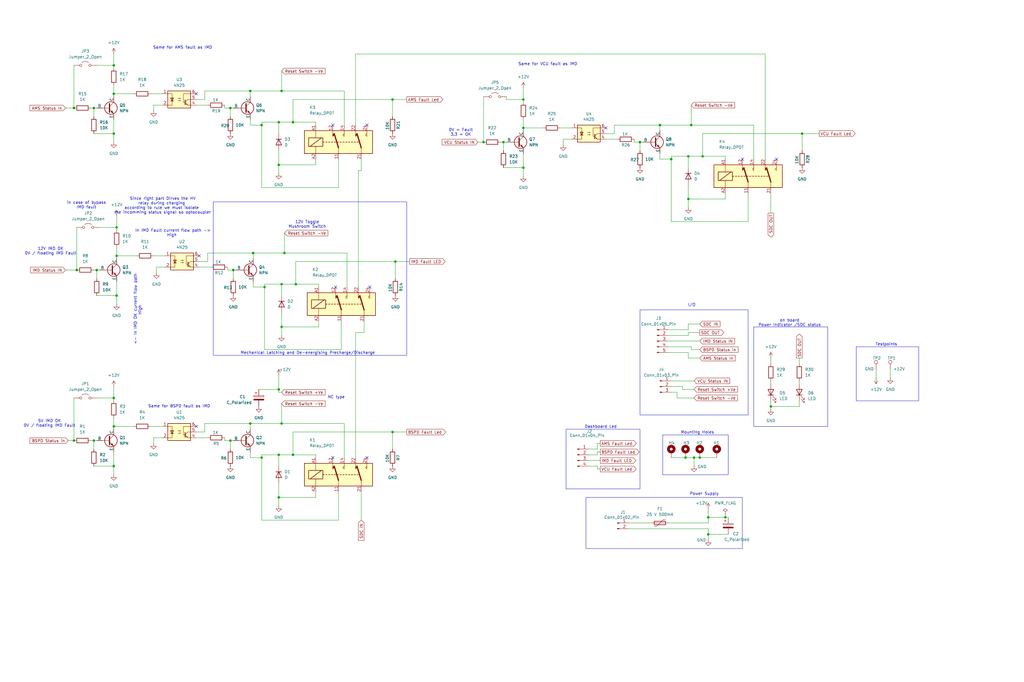
<source format=kicad_sch>
(kicad_sch (version 20231120) (generator "eeschema") (generator_version "8.0")
  (paper "User" 457.2 304.8)
  (title_block (title "SDC Team Urja") (rev "v1") (company "Kathmandu University"))
  (junction (at 34.29 120.65))
  (junction (at 215.9 63.5))
  (junction (at 313.69 69.85))
  (junction (at 33.02 196.85))
  (junction (at 306.07 204.47))
  (junction (at 124.46 54.61))
  (junction (at 113.03 113.03))
  (junction (at 294.64 55.88))
  (junction (at 104.14 120.65))
  (junction (at 224.79 63.5))
  (junction (at 312.42 204.47))
  (junction (at 125.73 189.23))
  (junction (at 176.53 116.84))
  (junction (at 233.68 74.93))
  (junction (at 323.85 231.14))
  (junction (at 127 113.03))
  (junction (at 358.14 59.69))
  (junction (at 41.91 196.85))
  (junction (at 307.34 69.85))
  (junction (at 52.07 132.08))
  (junction (at 308.61 55.88))
  (junction (at 233.68 44.45))
  (junction (at 50.8 59.69))
  (junction (at 50.8 41.91))
  (junction (at 118.11 128.27))
  (junction (at 125.73 127))
  (junction (at 50.8 190.5))
  (junction (at 102.87 196.85))
  (junction (at 41.91 48.26))
  (junction (at 233.68 57.15))
  (junction (at 52.07 101.6))
  (junction (at 50.8 208.28))
  (junction (at 50.8 177.8))
  (junction (at 344.17 181.61))
  (junction (at 43.18 120.65))
  (junction (at 50.8 29.21))
  (junction (at 116.84 204.47))
  (junction (at 52.07 114.3))
  (junction (at 175.26 193.04))
  (junction (at 125.73 40.64))
  (junction (at 307.34 88.9))
  (junction (at 316.23 238.76))
  (junction (at 316.23 231.14))
  (junction (at 130.81 203.2))
  (junction (at 175.26 44.45))
  (junction (at 130.81 54.61))
  (junction (at 111.76 189.23))
  (junction (at 33.02 48.26))
  (junction (at 132.08 127))
  (junction (at 116.84 55.88))
  (junction (at 111.76 40.64))
  (junction (at 102.87 48.26))
  (junction (at 125.73 146.05))
  (junction (at 124.46 203.2))
  (junction (at 299.72 71.12))
  (junction (at 124.46 222.25))
  (junction (at 124.46 73.66))
  (junction (at 309.88 204.47))
  (junction (at 285.75 63.5))
  (junction (at 124.46 173.99))
  (no_connect (at 148.59 55.88))
  (no_connect (at 87.63 190.5))
  (no_connect (at 165.1 128.27))
  (no_connect (at 163.83 55.88))
  (no_connect (at 149.86 128.27))
  (no_connect (at 148.59 204.47))
  (no_connect (at 87.63 41.91))
  (no_connect (at 163.83 204.47))
  (no_connect (at 331.47 71.12))
  (no_connect (at 270.51 57.15))
  (no_connect (at 88.9 114.3))
  (no_connect (at 346.71 71.12))
  (wire (pts (xy 304.8 173.99) (xy 304.8 172.72)))
  (wire (pts (xy 391.16 165.1) (xy 391.16 168.91)))
  (wire (pts (xy 43.18 132.08) (xy 52.07 132.08)))
  (wire (pts (xy 115.57 173.99) (xy 124.46 173.99)))
  (wire (pts (xy 50.8 186.69) (xy 50.8 190.5)))
  (wire (pts (xy 325.12 231.14) (xy 323.85 231.14)))
  (wire (pts (xy 130.81 203.2) (xy 130.81 193.04)))
  (wire (pts (xy 233.68 53.34) (xy 233.68 57.15)))
  (wire (pts (xy 125.73 31.75) (xy 125.73 40.64)))
  (wire (pts (xy 266.7 198.12) (xy 267.97 198.12)))
  (wire (pts (xy 124.46 59.69) (xy 124.46 54.61)))
  (wire (pts (xy 224.79 63.5) (xy 226.06 63.5)))
  (wire (pts (xy 323.85 69.85) (xy 323.85 71.12)))
  (wire (pts (xy 50.8 29.21) (xy 50.8 30.48)))
  (wire (pts (xy 102.87 48.26) (xy 104.14 48.26)))
  (wire (pts (xy 283.21 63.5) (xy 285.75 63.5)))
  (wire (pts (xy 306.07 204.47) (xy 309.88 204.47)))
  (wire (pts (xy 294.64 68.58) (xy 294.64 71.12)))
  (wire (pts (xy 100.33 48.26) (xy 100.33 46.99)))
  (wire (pts (xy 154.94 113.03) (xy 154.94 128.27)))
  (wire (pts (xy 298.45 154.94) (xy 308.61 154.94)))
  (wire (pts (xy 130.81 44.45) (xy 175.26 44.45)))
  (wire (pts (xy 266.7 198.12) (xy 266.7 200.66)))
  (wire (pts (xy 140.97 203.2) (xy 140.97 204.47)))
  (wire (pts (xy 130.81 203.2) (xy 140.97 203.2)))
  (wire (pts (xy 29.21 48.26) (xy 33.02 48.26)))
  (wire (pts (xy 41.91 196.85) (xy 43.18 196.85)))
  (wire (pts (xy 153.67 40.64) (xy 153.67 55.88)))
  (wire (pts (xy 151.13 232.41) (xy 116.84 232.41)))
  (wire (pts (xy 251.46 62.23) (xy 251.46 64.77)))
  (wire (pts (xy 344.17 86.36) (xy 344.17 95.25)))
  (wire (pts (xy 87.63 193.04) (xy 91.44 193.04)))
  (wire (pts (xy 41.91 48.26) (xy 43.18 48.26)))
  (wire (pts (xy 50.8 41.91) (xy 50.8 43.18)))
  (wire (pts (xy 50.8 172.72) (xy 50.8 177.8)))
  (wire (pts (xy 87.63 46.99) (xy 92.71 46.99)))
  (wire (pts (xy 262.89 205.74) (xy 267.97 205.74)))
  (wire (pts (xy 124.46 175.26) (xy 125.73 175.26)))
  (wire (pts (xy 307.34 148.59) (xy 307.34 149.86)))
  (wire (pts (xy 266.7 209.55) (xy 267.97 209.55)))
  (wire (pts (xy 102.87 196.85) (xy 102.87 200.66)))
  (wire (pts (xy 266.7 208.28) (xy 262.89 208.28)))
  (wire (pts (xy 41.91 208.28) (xy 50.8 208.28)))
  (wire (pts (xy 226.06 43.18) (xy 226.06 44.45)))
  (wire (pts (xy 124.46 73.66) (xy 124.46 77.47)))
  (wire (pts (xy 307.34 74.93) (xy 307.34 69.85)))
  (wire (pts (xy 344.17 179.07) (xy 344.17 181.61)))
  (wire (pts (xy 50.8 177.8) (xy 50.8 179.07)))
  (wire (pts (xy 102.87 48.26) (xy 102.87 52.07)))
  (wire (pts (xy 336.55 55.88) (xy 336.55 71.12)))
  (wire (pts (xy 132.08 127) (xy 132.08 116.84)))
  (wire (pts (xy 124.46 73.66) (xy 140.97 73.66)))
  (wire (pts (xy 316.23 236.22) (xy 280.67 236.22)))
  (wire (pts (xy 127 113.03) (xy 154.94 113.03)))
  (wire (pts (xy 307.34 160.02) (xy 307.34 157.48)))
  (wire (pts (xy 127 113.03) (xy 113.03 113.03)))
  (wire (pts (xy 316.23 231.14) (xy 323.85 231.14)))
  (wire (pts (xy 29.21 120.65) (xy 34.29 120.65)))
  (wire (pts (xy 68.58 46.99) (xy 68.58 49.53)))
  (wire (pts (xy 233.68 39.37) (xy 233.68 44.45)))
  (wire (pts (xy 298.45 147.32) (xy 307.34 147.32)))
  (wire (pts (xy 160.02 128.27) (xy 160.02 76.2)))
  (wire (pts (xy 266.7 201.93) (xy 266.7 203.2)))
  (wire (pts (xy 132.08 116.84) (xy 176.53 116.84)))
  (wire (pts (xy 125.73 127) (xy 132.08 127)))
  (wire (pts (xy 270.51 59.69) (xy 274.32 59.69)))
  (wire (pts (xy 40.64 48.26) (xy 41.91 48.26)))
  (wire (pts (xy 233.68 57.15) (xy 233.68 58.42)))
  (wire (pts (xy 111.76 40.64) (xy 111.76 43.18)))
  (wire (pts (xy 215.9 43.18) (xy 215.9 63.5)))
  (wire (pts (xy 113.03 125.73) (xy 113.03 128.27)))
  (wire (pts (xy 313.69 69.85) (xy 323.85 69.85)))
  (wire (pts (xy 68.58 195.58) (xy 68.58 198.12)))
  (wire (pts (xy 308.61 156.21) (xy 308.61 154.94)))
  (wire (pts (xy 52.07 101.6) (xy 52.07 102.87)))
  (wire (pts (xy 158.75 148.59) (xy 162.56 148.59)))
  (wire (pts (xy 33.02 29.21) (xy 33.02 48.26)))
  (wire (pts (xy 52.07 96.52) (xy 52.07 101.6)))
  (wire (pts (xy 233.68 57.15) (xy 242.57 57.15)))
  (wire (pts (xy 294.64 71.12) (xy 299.72 71.12)))
  (wire (pts (xy 356.87 181.61) (xy 344.17 181.61)))
  (wire (pts (xy 251.46 62.23) (xy 255.27 62.23)))
  (wire (pts (xy 175.26 44.45) (xy 175.26 52.07)))
  (wire (pts (xy 50.8 24.13) (xy 50.8 29.21)))
  (wire (pts (xy 111.76 201.93) (xy 111.76 204.47)))
  (wire (pts (xy 162.56 143.51) (xy 162.56 148.59)))
  (wire (pts (xy 125.73 40.64) (xy 153.67 40.64)))
  (wire (pts (xy 43.18 29.21) (xy 50.8 29.21)))
  (wire (pts (xy 140.97 54.61) (xy 140.97 55.88)))
  (wire (pts (xy 312.42 160.02) (xy 307.34 160.02)))
  (wire (pts (xy 67.31 190.5) (xy 72.39 190.5)))
  (wire (pts (xy 344.17 170.18) (xy 344.17 171.45)))
  (wire (pts (xy 266.7 201.93) (xy 267.97 201.93)))
  (wire (pts (xy 116.84 204.47) (xy 116.84 232.41)))
  (wire (pts (xy 30.48 196.85) (xy 33.02 196.85)))
  (wire (pts (xy 175.26 193.04) (xy 181.61 193.04)))
  (wire (pts (xy 270.51 62.23) (xy 275.59 62.23)))
  (wire (pts (xy 91.44 44.45) (xy 91.44 40.64)))
  (wire (pts (xy 43.18 177.8) (xy 50.8 177.8)))
  (wire (pts (xy 52.07 114.3) (xy 52.07 115.57)))
  (wire (pts (xy 50.8 38.1) (xy 50.8 41.91)))
  (wire (pts (xy 68.58 114.3) (xy 73.66 114.3)))
  (wire (pts (xy 312.42 144.78) (xy 307.34 144.78)))
  (wire (pts (xy 125.73 139.7) (xy 125.73 146.05)))
  (wire (pts (xy 52.07 132.08) (xy 52.07 135.89)))
  (wire (pts (xy 312.42 148.59) (xy 307.34 148.59)))
  (wire (pts (xy 111.76 55.88) (xy 116.84 55.88)))
  (wire (pts (xy 125.73 132.08) (xy 125.73 127)))
  (wire (pts (xy 213.36 63.5) (xy 215.9 63.5)))
  (wire (pts (xy 52.07 110.49) (xy 52.07 114.3)))
  (wire (pts (xy 104.14 120.65) (xy 104.14 124.46)))
  (wire (pts (xy 111.76 53.34) (xy 111.76 55.88)))
  (wire (pts (xy 226.06 44.45) (xy 233.68 44.45)))
  (wire (pts (xy 161.29 219.71) (xy 161.29 232.41)))
  (wire (pts (xy 100.33 48.26) (xy 102.87 48.26)))
  (wire (pts (xy 91.44 40.64) (xy 111.76 40.64)))
  (wire (pts (xy 124.46 203.2) (xy 130.81 203.2)))
  (wire (pts (xy 118.11 128.27) (xy 118.11 156.21)))
  (wire (pts (xy 104.14 120.65) (xy 105.41 120.65)))
  (wire (pts (xy 125.73 40.64) (xy 111.76 40.64)))
  (wire (pts (xy 356.87 170.18) (xy 356.87 171.45)))
  (wire (pts (xy 69.85 119.38) (xy 73.66 119.38)))
  (wire (pts (xy 323.85 88.9) (xy 323.85 86.36)))
  (wire (pts (xy 223.52 63.5) (xy 224.79 63.5)))
  (wire (pts (xy 299.72 170.18) (xy 309.88 170.18)))
  (wire (pts (xy 140.97 73.66) (xy 140.97 71.12)))
  (wire (pts (xy 130.81 54.61) (xy 140.97 54.61)))
  (wire (pts (xy 307.34 88.9) (xy 307.34 92.71)))
  (wire (pts (xy 298.45 149.86) (xy 307.34 149.86)))
  (wire (pts (xy 158.75 55.88) (xy 158.75 24.13)))
  (wire (pts (xy 91.44 189.23) (xy 111.76 189.23)))
  (wire (pts (xy 307.34 88.9) (xy 323.85 88.9)))
  (wire (pts (xy 116.84 203.2) (xy 116.84 204.47)))
  (wire (pts (xy 41.91 59.69) (xy 50.8 59.69)))
  (wire (pts (xy 118.11 127) (xy 125.73 127)))
  (wire (pts (xy 116.84 203.2) (xy 124.46 203.2)))
  (wire (pts (xy 309.88 204.47) (xy 309.88 208.28)))
  (wire (pts (xy 298.45 157.48) (xy 307.34 157.48)))
  (wire (pts (xy 299.72 204.47) (xy 306.07 204.47)))
  (wire (pts (xy 307.34 69.85) (xy 313.69 69.85)))
  (wire (pts (xy 316.23 241.3) (xy 316.23 238.76)))
  (wire (pts (xy 285.75 63.5) (xy 287.02 63.5)))
  (wire (pts (xy 299.72 172.72) (xy 304.8 172.72)))
  (wire (pts (xy 125.73 189.23) (xy 153.67 189.23)))
  (wire (pts (xy 308.61 55.88) (xy 294.64 55.88)))
  (wire (pts (xy 50.8 41.91) (xy 59.69 41.91)))
  (wire (pts (xy 88.9 116.84) (xy 92.71 116.84)))
  (wire (pts (xy 118.11 127) (xy 118.11 128.27)))
  (wire (pts (xy 101.6 120.65) (xy 101.6 119.38)))
  (wire (pts (xy 124.46 173.99) (xy 124.46 175.26)))
  (wire (pts (xy 43.18 120.65) (xy 44.45 120.65)))
  (wire (pts (xy 175.26 44.45) (xy 181.61 44.45)))
  (wire (pts (xy 111.76 204.47) (xy 116.84 204.47)))
  (wire (pts (xy 125.73 189.23) (xy 111.76 189.23)))
  (wire (pts (xy 50.8 190.5) (xy 50.8 191.77)))
  (wire (pts (xy 397.51 165.1) (xy 397.51 168.91)))
  (wire (pts (xy 307.34 82.55) (xy 307.34 88.9)))
  (wire (pts (xy 125.73 146.05) (xy 142.24 146.05)))
  (wire (pts (xy 100.33 196.85) (xy 102.87 196.85)))
  (wire (pts (xy 160.02 76.2) (xy 161.29 76.2)))
  (wire (pts (xy 309.88 177.8) (xy 302.26 177.8)))
  (wire (pts (xy 100.33 196.85) (xy 100.33 195.58)))
  (wire (pts (xy 250.19 57.15) (xy 255.27 57.15)))
  (wire (pts (xy 34.29 101.6) (xy 34.29 120.65)))
  (wire (pts (xy 334.01 86.36) (xy 334.01 99.06)))
  (wire (pts (xy 266.7 203.2) (xy 262.89 203.2)))
  (wire (pts (xy 294.64 55.88) (xy 294.64 58.42)))
  (wire (pts (xy 124.46 222.25) (xy 140.97 222.25)))
  (wire (pts (xy 316.23 231.14) (xy 316.23 233.68)))
  (wire (pts (xy 125.73 146.05) (xy 125.73 149.86)))
  (wire (pts (xy 344.17 181.61) (xy 344.17 182.88)))
  (wire (pts (xy 313.69 69.85) (xy 313.69 59.69)))
  (wire (pts (xy 309.88 204.47) (xy 312.42 204.47)))
  (wire (pts (xy 356.87 160.02) (xy 356.87 162.56)))
  (wire (pts (xy 67.31 41.91) (xy 72.39 41.91)))
  (wire (pts (xy 50.8 208.28) (xy 50.8 212.09)))
  (wire (pts (xy 116.84 55.88) (xy 116.84 83.82)))
  (wire (pts (xy 158.75 24.13) (xy 341.63 24.13)))
  (wire (pts (xy 334.01 99.06) (xy 299.72 99.06)))
  (wire (pts (xy 50.8 53.34) (xy 50.8 59.69)))
  (wire (pts (xy 132.08 127) (xy 142.24 127)))
  (wire (pts (xy 130.81 54.61) (xy 130.81 44.45)))
  (wire (pts (xy 312.42 204.47) (xy 320.04 204.47)))
  (wire (pts (xy 102.87 196.85) (xy 104.14 196.85)))
  (wire (pts (xy 116.84 54.61) (xy 124.46 54.61)))
  (wire (pts (xy 41.91 120.65) (xy 43.18 120.65)))
  (wire (pts (xy 111.76 189.23) (xy 111.76 191.77)))
  (wire (pts (xy 151.13 219.71) (xy 151.13 232.41)))
  (wire (pts (xy 308.61 46.99) (xy 308.61 55.88)))
  (wire (pts (xy 299.72 71.12) (xy 299.72 99.06)))
  (wire (pts (xy 153.67 189.23) (xy 153.67 204.47)))
  (wire (pts (xy 299.72 69.85) (xy 299.72 71.12)))
  (wire (pts (xy 274.32 55.88) (xy 294.64 55.88)))
  (wire (pts (xy 124.46 54.61) (xy 130.81 54.61)))
  (wire (pts (xy 68.58 46.99) (xy 72.39 46.99)))
  (wire (pts (xy 41.91 48.26) (xy 41.91 52.07)))
  (wire (pts (xy 307.34 144.78) (xy 307.34 147.32)))
  (wire (pts (xy 358.14 59.69) (xy 365.76 59.69)))
  (wire (pts (xy 161.29 71.12) (xy 161.29 76.2)))
  (wire (pts (xy 50.8 201.93) (xy 50.8 208.28)))
  (wire (pts (xy 113.03 128.27) (xy 118.11 128.27)))
  (wire (pts (xy 316.23 238.76) (xy 316.23 236.22)))
  (wire (pts (xy 151.13 71.12) (xy 151.13 83.82)))
  (wire (pts (xy 124.46 222.25) (xy 124.46 226.06)))
  (wire (pts (xy 233.68 74.93) (xy 233.68 78.74)))
  (wire (pts (xy 176.53 116.84) (xy 182.88 116.84)))
  (wire (pts (xy 88.9 119.38) (xy 93.98 119.38)))
  (wire (pts (xy 299.72 69.85) (xy 307.34 69.85)))
  (wire (pts (xy 298.45 152.4) (xy 312.42 152.4)))
  (wire (pts (xy 312.42 156.21) (xy 308.61 156.21)))
  (wire (pts (xy 124.46 167.64) (xy 124.46 173.99)))
  (wire (pts (xy 50.8 190.5) (xy 59.69 190.5)))
  (wire (pts (xy 113.03 113.03) (xy 113.03 115.57)))
  (wire (pts (xy 152.4 143.51) (xy 152.4 156.21)))
  (wire (pts (xy 87.63 195.58) (xy 92.71 195.58)))
  (wire (pts (xy 341.63 24.13) (xy 341.63 71.12)))
  (wire (pts (xy 323.85 229.87) (xy 323.85 231.14)))
  (wire (pts (xy 302.26 177.8) (xy 302.26 175.26)))
  (wire (pts (xy 43.18 120.65) (xy 43.18 124.46)))
  (wire (pts (xy 344.17 160.02) (xy 344.17 162.56)))
  (wire (pts (xy 91.44 193.04) (xy 91.44 189.23)))
  (wire (pts (xy 356.87 179.07) (xy 356.87 181.61)))
  (wire (pts (xy 124.46 67.31) (xy 124.46 73.66)))
  (wire (pts (xy 283.21 63.5) (xy 283.21 62.23)))
  (wire (pts (xy 266.7 209.55) (xy 266.7 208.28)))
  (wire (pts (xy 233.68 44.45) (xy 233.68 45.72)))
  (wire (pts (xy 309.88 173.99) (xy 304.8 173.99)))
  (wire (pts (xy 224.79 63.5) (xy 224.79 67.31)))
  (wire (pts (xy 176.53 116.84) (xy 176.53 124.46)))
  (wire (pts (xy 299.72 175.26) (xy 302.26 175.26)))
  (wire (pts (xy 41.91 196.85) (xy 41.91 200.66)))
  (wire (pts (xy 92.71 116.84) (xy 92.71 113.03)))
  (wire (pts (xy 40.64 196.85) (xy 41.91 196.85)))
  (wire (pts (xy 116.84 54.61) (xy 116.84 55.88)))
  (wire (pts (xy 274.32 59.69) (xy 274.32 55.88)))
  (wire (pts (xy 69.85 119.38) (xy 69.85 121.92)))
  (wire (pts (xy 142.24 146.05) (xy 142.24 143.51)))
  (wire (pts (xy 151.13 83.82) (xy 116.84 83.82)))
  (wire (pts (xy 33.02 177.8) (xy 33.02 196.85)))
  (wire (pts (xy 44.45 101.6) (xy 52.07 101.6)))
  (wire (pts (xy 124.46 215.9) (xy 124.46 222.25)))
  (wire (pts (xy 130.81 193.04) (xy 175.26 193.04)))
  (wire (pts (xy 285.75 63.5) (xy 285.75 67.31)))
  (wire (pts (xy 308.61 55.88) (xy 336.55 55.88)))
  (wire (pts (xy 142.24 127) (xy 142.24 128.27)))
  (wire (pts (xy 298.45 233.68) (xy 316.23 233.68)))
  (wire (pts (xy 87.63 44.45) (xy 91.44 44.45)))
  (wire (pts (xy 50.8 59.69) (xy 50.8 63.5)))
  (wire (pts (xy 125.73 180.34) (xy 125.73 189.23)))
  (wire (pts (xy 101.6 120.65) (xy 104.14 120.65)))
  (wire (pts (xy 52.07 125.73) (xy 52.07 132.08)))
  (wire (pts (xy 233.68 68.58) (xy 233.68 74.93)))
  (wire (pts (xy 280.67 233.68) (xy 290.83 233.68)))
  (wire (pts (xy 52.07 114.3) (xy 60.96 114.3)))
  (wire (pts (xy 313.69 59.69) (xy 358.14 59.69)))
  (wire (pts (xy 316.23 238.76) (xy 325.12 238.76)))
  (wire (pts (xy 68.58 195.58) (xy 72.39 195.58)))
  (wire (pts (xy 140.97 222.25) (xy 140.97 219.71)))
  (wire (pts (xy 92.71 113.03) (xy 113.03 113.03)))
  (wire (pts (xy 316.23 227.33) (xy 316.23 231.14)))
  (wire (pts (xy 266.7 200.66) (xy 262.89 200.66)))
  (wire (pts (xy 127 104.14) (xy 127 113.03)))
  (wire (pts (xy 124.46 208.28) (xy 124.46 203.2)))
  (wire (pts (xy 158.75 204.47) (xy 158.75 148.59)))
  (wire (pts (xy 175.26 193.04) (xy 175.26 200.66)))
  (wire (pts (xy 358.14 59.69) (xy 358.14 67.31)))
  (wire (pts (xy 224.79 74.93) (xy 233.68 74.93)))
  (wire (pts (xy 152.4 156.21) (xy 118.11 156.21)))
  (rectangle (start 336.55 146.05) (end 369.57 190.5))
  (rectangle (start 285.75 138.43) (end 334.01 185.42))
  (rectangle (start 95.25 90.17) (end 181.61 158.75))
  (rectangle (start 261.62 222.25) (end 331.47 245.11))
  (rectangle (start 295.91 194.31) (end 325.12 212.09))
  (rectangle (start 382.27 154.94) (end 410.21 179.07))
  (rectangle (start 252.73 191.77) (end 285.75 218.44))
  (text "NC type\n" (at 150.114 177.546 0) (effects (font (size 1.27 1.27))))
  (text "I/O\n" (at 308.864 136.398 0) (effects (font (size 1.27 1.27))))
  (text "Dashboard Led" (at 268.224 190.754 0) (effects (font (size 1.27 1.27))))
  (text "0V = Fault\n3.3 = OK" (at 205.74 59.182 0) (effects (font (size 1.27 1.27))))
  (text "5V IMD OK\n0V / floating IMD Fault" (at 22.098 189.23 0) (effects (font (size 1.27 1.27))))
  (text "Power Supply\n" (at 314.452 220.726 0) (effects (font (size 1.27 1.27))))
  (text "12V Toggle \nMushroom Switch " (at 137.668 100.33 0) (effects (font (size 1.27 1.27))))
  (text "Same for VCU fault as IMD" (at 244.602 28.702 0) (effects (font (size 1.27 1.27))))
  (text "Mounting Holes" (at 311.404 193.294 0) (effects (font (size 1.27 1.27))))
  (text "on board\nPower Indicator /SDC status" (at 352.552 144.272 0) (effects (font (size 1.27 1.27))))
  (text "Since right part Dirves the HV\nrelay during charging \naccording to rule we must isolate \nthe incomming status signal so optocoupler" (at 72.644 91.948 0) (effects (font (size 1.27 1.27))))
  (text "Testpoints" (at 395.732 153.924 0) (effects (font (size 1.27 1.27))))
  (text "In IMD Fault current flow path ->\nHigh " (at 77.216 104.14 0) (effects (font (size 1.27 1.27))))
  (text "12V IMD OK\n0V / floating IMD Fault" (at 22.606 112.268 0) (effects (font (size 1.27 1.27))))
  (text "Same for BSPD fault as IMD" (at 80.01 181.61 0) (effects (font (size 1.27 1.27))))
  (text "Mechanical Latching and De-energising Precharge/Discharge" (at 137.414 157.734 0) (effects (font (size 1.27 1.27))))
  (text "Same for AMS fault as IMD" (at 81.534 21.336 0) (effects (font (size 1.27 1.27))))
  (text "<- In IMD OK current flow path\nHigh " (at 61.468 138.176 90) (effects (font (size 1.27 1.27))))
  (text "in case of bypass\nIMD fault" (at 38.608 91.694 0) (effects (font (size 1.27 1.27))))
  (global_label "AMS Fault Led" (shape output) (at 181.61 44.45 0) (property "Intersheetrefs" "${INTERSHEET_REFS}" (effects (hide yes))))
  (global_label "IMD Status IN" (shape input) (at 29.21 120.65 180) (property "Intersheetrefs" "${INTERSHEET_REFS}" (effects (hide yes))))
  (global_label "BSPD Fault Led" (shape output) (at 181.61 193.04 0) (property "Intersheetrefs" "${INTERSHEET_REFS}" (effects (hide yes))))
  (global_label "SDC IN" (shape input) (at 312.42 144.78 0) (property "Intersheetrefs" "${INTERSHEET_REFS}" (effects (hide yes))))
  (global_label "BSPD Fault Led" (shape output) (at 267.97 201.93 0) (property "Intersheetrefs" "${INTERSHEET_REFS}" (effects (hide yes))))
  (global_label "Reset Switch -Ve" (shape input) (at 127 104.14 0) (property "Intersheetrefs" "${INTERSHEET_REFS}" (effects (hide yes))))
  (global_label "Reset Switch -Ve" (shape input) (at 125.73 180.34 0) (property "Intersheetrefs" "${INTERSHEET_REFS}" (effects (hide yes))))
  (global_label "VCU Fault Led" (shape output) (at 365.76 59.69 0) (property "Intersheetrefs" "${INTERSHEET_REFS}" (effects (hide yes))))
  (global_label "AMS Status In" (shape input) (at 312.42 160.02 0) (property "Intersheetrefs" "${INTERSHEET_REFS}" (effects (hide yes))))
  (global_label "VCU Status IN" (shape input) (at 309.88 170.18 0) (property "Intersheetrefs" "${INTERSHEET_REFS}" (effects (hide yes))))
  (global_label "IMD Status IN" (shape input) (at 312.42 152.4 0) (property "Intersheetrefs" "${INTERSHEET_REFS}" (effects (hide yes))))
  (global_label "BSPD Status in" (shape input) (at 30.48 196.85 180) (property "Intersheetrefs" "${INTERSHEET_REFS}" (effects (hide yes))))
  (global_label "Reset Switch -Ve" (shape input) (at 308.61 46.99 0) (property "Intersheetrefs" "${INTERSHEET_REFS}" (effects (hide yes))))
  (global_label "VCU Fault Led" (shape output) (at 267.97 209.55 0) (property "Intersheetrefs" "${INTERSHEET_REFS}" (effects (hide yes))))
  (global_label "AMS Fault Led" (shape output) (at 267.97 198.12 0) (property "Intersheetrefs" "${INTERSHEET_REFS}" (effects (hide yes))))
  (global_label "IMD Fault LED" (shape output) (at 267.97 205.74 0) (property "Intersheetrefs" "${INTERSHEET_REFS}" (effects (hide yes))))
  (global_label "Reset Switch -Ve" (shape input) (at 125.73 31.75 0) (property "Intersheetrefs" "${INTERSHEET_REFS}" (effects (hide yes))))
  (global_label "SDC OUT" (shape output) (at 356.87 160.02 90) (property "Intersheetrefs" "${INTERSHEET_REFS}" (effects (hide yes))))
  (global_label "VCU Status IN" (shape input) (at 213.36 63.5 180) (property "Intersheetrefs" "${INTERSHEET_REFS}" (effects (hide yes))))
  (global_label "Reset Switch +Ve" (shape input) (at 125.73 175.26 0) (property "Intersheetrefs" "${INTERSHEET_REFS}" (effects (hide yes))))
  (global_label "Reset Switch -Ve" (shape input) (at 309.88 177.8 0) (property "Intersheetrefs" "${INTERSHEET_REFS}" (effects (hide yes))))
  (global_label "AMS Status In" (shape input) (at 29.21 48.26 180) (property "Intersheetrefs" "${INTERSHEET_REFS}" (effects (hide yes))))
  (global_label "BSPD Status in" (shape input) (at 312.42 156.21 0) (property "Intersheetrefs" "${INTERSHEET_REFS}" (effects (hide yes))))
  (global_label "Reset Switch +Ve" (shape input) (at 309.88 173.99 0) (property "Intersheetrefs" "${INTERSHEET_REFS}" (effects (hide yes))))
  (global_label "SDC OUT" (shape output) (at 312.42 148.59 0) (property "Intersheetrefs" "${INTERSHEET_REFS}" (effects (hide yes))))
  (global_label "SDC OUT" (shape output) (at 344.17 95.25 270) (property "Intersheetrefs" "${INTERSHEET_REFS}" (effects (hide yes))))
  (global_label "SDC IN" (shape input) (at 161.29 232.41 270) (property "Intersheetrefs" "${INTERSHEET_REFS}" (effects (hide yes))))
  (global_label "IMD Fault LED" (shape output) (at 182.88 116.84 0) (property "Intersheetrefs" "${INTERSHEET_REFS}" (effects (hide yes))))
  (symbol (lib_id "power:GND") (at 102.87 59.69 0) (unit 1)
    (property "Reference" "#PWR021" (effects (hide yes)))
    (property "Value" "GND" (at 102.87 64.77 0))
    (property "Description" "Power symbol creates a global label with name \"GND\" , ground" (effects (hide yes)))
  )
  (symbol (lib_id "Device:LED") (at 356.87 175.26 90) (unit 1)
    (property "Reference" "D6" (at 360.68 175.5774 90) (effects (justify right)))
    (property "Value" "LED" (at 360.68 178.1174 90) (effects (justify right)))
    (property "Footprint" "LED_THT:LED_D4.0mm" (effects (hide yes)))
    (property "Description" "Light emitting diode" (effects (hide yes)))
  )
  (symbol (lib_id "Device:R") (at 96.52 46.99 270) (unit 1)
    (property "Reference" "R19" (at 96.52 49.53 90))
    (property "Value" "1K" (at 96.266 44.704 90))
    (property "Footprint" "Resistor_THT:R_Axial_DIN0207_L6.3mm_D2.5mm_P7.62mm_Horizontal" (effects (hide yes)))
    (property "Description" "Resistor" (effects (hide yes)))
  )
  (symbol (lib_id "Connector:Conn_01x05_Pin") (at 293.37 152.4 0) (unit 1)
    (property "Reference" "J3" (at 294.005 142.24 0))
    (property "Value" "Conn_01x05_Pin" (at 294.005 144.78 0))
    (property "Footprint" "Connector_PinHeader_2.54mm:PinHeader_1x05_P2.54mm_Vertical" (effects (hide yes)))
    (property "Description" "Generic connector, single row, 01x05, script generated" (effects (hide yes)))
  )
  (symbol (lib_id "Device:C_Polarized") (at 115.57 177.8 0) (unit 1)
    (property "Reference" "C1" (at 106.934 177.292 0) (effects (justify left)))
    (property "Value" "C_Polarized" (at 101.092 179.832 0) (effects (justify left)))
    (property "Footprint" "Capacitor_THT:CP_Radial_D12.5mm_P7.50mm" (effects (hide yes)))
    (property "Description" "Polarized capacitor" (effects (hide yes)))
  )
  (symbol (lib_id "Device:R") (at 102.87 55.88 0) (unit 1)
    (property "Reference" "R20" (at 98.552 56.134 0) (effects (justify left)))
    (property "Value" "10K" (at 105.156 55.88 0) (effects (justify left)))
    (property "Footprint" "Resistor_THT:R_Axial_DIN0207_L6.3mm_D2.5mm_P7.62mm_Horizontal" (effects (hide yes)))
    (property "Description" "Resistor" (effects (hide yes)))
  )
  (symbol (lib_id "Device:R") (at 36.83 48.26 90) (unit 1)
    (property "Reference" "R15" (at 36.83 41.91 90))
    (property "Value" "1K" (at 36.83 44.45 90))
    (property "Footprint" "Resistor_THT:R_Axial_DIN0207_L6.3mm_D2.5mm_P7.62mm_Horizontal" (effects (hide yes)))
    (property "Description" "Resistor" (effects (hide yes)))
  )
  (symbol (lib_id "Relay:Relay_DPDT") (at 151.13 212.09 0) (unit 1)
    (property "Reference" "K1" (at 138.176 196.596 0) (effects (justify left)))
    (property "Value" "Relay_DPDT" (at 138.176 199.136 0) (effects (justify left)))
    (property "Footprint" "Relay_THT:Relay_DPDT_Finder_40.52" (effects (hide yes)))
    (property "Description" "Monostable Relay DPDT, EN50005 " (effects (hide yes)))
  )
  (symbol (lib_id "Jumper:Jumper_2_Open") (at 38.1 177.8 0) (unit 1) (exclude_from_sim yes)
    (property "Reference" "JP1" (at 38.1 171.45 0))
    (property "Value" "Jumper_2_Open" (at 38.1 173.99 0))
    (property "Footprint" "Connector_PinHeader_2.54mm:PinHeader_1x02_P2.54mm_Vertical" (effects (hide yes)))
    (property "Description" "Jumper, 2-pole, open" (effects (hide yes)))
  )
  (symbol (lib_id "Connector:Conn_01x04_Pin") (at 257.81 203.2 0) (unit 1)
    (property "Reference" "J2" (at 263.144 192.786 0))
    (property "Value" "Conn_01x04_Pin" (at 262.128 194.564 0))
    (property "Footprint" "Connector_PinHeader_2.54mm:PinHeader_1x04_P2.54mm_Vertical" (effects (hide yes)))
    (property "Description" "Generic connector, single row, 01x04, script generated" (effects (hide yes)))
  )
  (symbol (lib_id "power:GND") (at 125.73 149.86 0) (unit 1)
    (property "Reference" "#PWR015" (effects (hide yes)))
    (property "Value" "GND" (at 125.73 154.94 0))
    (property "Description" "Power symbol creates a global label with name \"GND\" , ground" (effects (hide yes)))
  )
  (symbol (lib_id "Isolator:4N25") (at 81.28 116.84 0) (unit 1)
    (property "Reference" "U2" (at 81.28 107.95 0))
    (property "Value" "4N25" (at 81.28 110.49 0))
    (property "Footprint" "Package_DIP:DIP-6_W7.62mm" (effects (hide yes)))
    (property "Datasheet" "https://www.vishay.com/docs/83725/4n25.pdf" (effects (hide yes)))
    (property "Description" "DC Optocoupler Base Connected, Vce 30V, CTR 20%, Viso 2500V, DIP6" (effects (hide yes)))
  )
  (symbol (lib_id "Device:R") (at 63.5 190.5 270) (unit 1)
    (property "Reference" "R4" (at 63.5 184.15 90))
    (property "Value" "1K" (at 63.5 186.69 90))
    (property "Footprint" "Resistor_THT:R_Axial_DIN0207_L6.3mm_D2.5mm_P7.62mm_Horizontal" (effects (hide yes)))
    (property "Description" "Resistor" (effects (hide yes)))
  )
  (symbol (lib_id "Device:R") (at 63.5 41.91 270) (unit 1)
    (property "Reference" "R18" (at 63.5 35.56 90))
    (property "Value" "1K" (at 63.5 38.1 90))
    (property "Footprint" "Resistor_THT:R_Axial_DIN0207_L6.3mm_D2.5mm_P7.62mm_Horizontal" (effects (hide yes)))
    (property "Description" "Resistor" (effects (hide yes)))
  )
  (symbol (lib_id "Connector:Conn_01x02_Pin") (at 275.59 233.68 0) (unit 1)
    (property "Reference" "J1" (at 278.13 228.854 0))
    (property "Value" "Conn_01x02_Pin" (at 277.622 231.14 0))
    (property "Footprint" "Connector_PinHeader_2.54mm:PinHeader_1x02_P2.54mm_Vertical" (effects (hide yes)))
    (property "Description" "Generic connector, single row, 01x02, script generated" (effects (hide yes)))
  )
  (symbol (lib_id "Device:LED") (at 344.17 175.26 90) (unit 1)
    (property "Reference" "D5" (at 347.98 175.5774 90) (effects (justify right)))
    (property "Value" "LED" (at 347.98 178.1174 90) (effects (justify right)))
    (property "Footprint" "LED_THT:LED_D4.0mm" (effects (hide yes)))
    (property "Description" "Light emitting diode" (effects (hide yes)))
  )
  (symbol (lib_id "Device:D") (at 124.46 212.09 270) (unit 1)
    (property "Reference" "D1" (at 127 210.8199 90) (effects (justify left)))
    (property "Value" "D" (at 127 213.3599 90) (effects (justify left)))
    (property "Footprint" "Diode_THT:D_A-405_P7.62mm_Horizontal" (effects (hide yes)))
    (property "Description" "Diode" (effects (hide yes)))
    (property "Sim.Device" "D" (effects (hide yes)))
    (property "Sim.Pins" "1=K 2=A" (effects (hide yes)))
  )
  (symbol (lib_id "Device:R") (at 175.26 55.88 0) (unit 1)
    (property "Reference" "R21" (at 177.8 55.88 90))
    (property "Value" "10K" (at 172.974 56.134 90))
    (property "Footprint" "Resistor_THT:R_Axial_DIN0207_L6.3mm_D2.5mm_P7.62mm_Horizontal" (effects (hide yes)))
    (property "Description" "Resistor" (effects (hide yes)))
  )
  (symbol (lib_id "Device:R") (at 97.79 119.38 270) (unit 1)
    (property "Reference" "R12" (at 97.79 121.92 90))
    (property "Value" "1K" (at 97.536 117.094 90))
    (property "Footprint" "Resistor_THT:R_Axial_DIN0207_L6.3mm_D2.5mm_P7.62mm_Horizontal" (effects (hide yes)))
    (property "Description" "Resistor" (effects (hide yes)))
  )
  (symbol (lib_id "power:PWR_FLAG") (at 323.85 229.87 0) (unit 1)
    (property "Reference" "#FLG01" (effects (hide yes)))
    (property "Value" "PWR_FLAG" (at 323.85 224.79 0))
    (property "Description" "Special symbol for telling ERC where power comes from" (effects (hide yes)))
  )
  (symbol (lib_id "power:GND") (at 124.46 77.47 0) (unit 1)
    (property "Reference" "#PWR023" (effects (hide yes)))
    (property "Value" "GND" (at 124.46 82.55 0))
    (property "Description" "Power symbol creates a global label with name \"GND\" , ground" (effects (hide yes)))
  )
  (symbol (lib_id "Device:R") (at 246.38 57.15 270) (unit 1)
    (property "Reference" "R25" (at 246.38 50.8 90))
    (property "Value" "1K" (at 246.38 53.34 90))
    (property "Footprint" "Resistor_THT:R_Axial_DIN0207_L6.3mm_D2.5mm_P7.62mm_Horizontal" (effects (hide yes)))
    (property "Description" "Resistor" (effects (hide yes)))
  )
  (symbol (lib_id "Connector:TestPoint") (at 397.51 165.1 0) (unit 1)
    (property "Reference" "TP1" (at 396.24 160.02 0) (effects (justify left)))
    (property "Value" "+12V" (at 398.78 164.846 0) (effects (justify left)))
    (property "Footprint" "TestPoint:TestPoint_Pad_1.0x1.0mm" (effects (hide yes)))
    (property "Description" "test point" (effects (hide yes)))
  )
  (symbol (lib_id "power:GND") (at 309.88 208.28 0) (mirror y) (unit 1)
    (property "Reference" "#PWR020" (effects (hide yes)))
    (property "Value" "GND" (at 313.436 208.534 0))
    (property "Description" "Power symbol creates a global label with name \"GND\" , ground" (effects (hide yes)))
  )
  (symbol (lib_id "Device:R") (at 175.26 204.47 0) (unit 1)
    (property "Reference" "R7" (at 177.8 204.47 90))
    (property "Value" "10K" (at 172.974 204.724 90))
    (property "Footprint" "Resistor_THT:R_Axial_DIN0207_L6.3mm_D2.5mm_P7.62mm_Horizontal" (effects (hide yes)))
    (property "Description" "Resistor" (effects (hide yes)))
  )
  (symbol (lib_id "power:GND") (at 251.46 64.77 0) (unit 1)
    (property "Reference" "#PWR029" (effects (hide yes)))
    (property "Value" "GND" (at 251.46 69.85 0))
    (property "Description" "Power symbol creates a global label with name \"GND\" , ground" (effects (hide yes)))
  )
  (symbol (lib_id "Jumper:Jumper_2_Open") (at 38.1 29.21 0) (unit 1) (exclude_from_sim yes)
    (property "Reference" "JP3" (at 38.1 22.86 0))
    (property "Value" "Jumper_2_Open" (at 38.1 25.4 0))
    (property "Footprint" "Connector_PinHeader_2.54mm:PinHeader_1x02_P2.54mm_Vertical" (effects (hide yes)))
    (property "Description" "Jumper, 2-pole, open" (effects (hide yes)))
  )
  (symbol (lib_id "power:GND") (at 175.26 208.28 0) (unit 1)
    (property "Reference" "#PWR05" (effects (hide yes)))
    (property "Value" "GND" (at 175.26 213.36 0))
    (property "Description" "Power symbol creates a global label with name \"GND\" , ground" (effects (hide yes)))
  )
  (symbol (lib_id "Device:R") (at 279.4 62.23 270) (unit 1)
    (property "Reference" "R26" (at 279.4 64.77 90))
    (property "Value" "1K" (at 279.146 59.944 90))
    (property "Footprint" "Resistor_THT:R_Axial_DIN0207_L6.3mm_D2.5mm_P7.62mm_Horizontal" (effects (hide yes)))
    (property "Description" "Resistor" (effects (hide yes)))
  )
  (symbol (lib_id "power:GND") (at 285.75 74.93 0) (unit 1)
    (property "Reference" "#PWR030" (effects (hide yes)))
    (property "Value" "GND" (at 285.75 80.01 0))
    (property "Description" "Power symbol creates a global label with name \"GND\" , ground" (effects (hide yes)))
  )
  (symbol (lib_id "Isolator:4N25") (at 262.89 59.69 0) (unit 1)
    (property "Reference" "U4" (at 262.89 50.8 0))
    (property "Value" "4N25" (at 262.89 53.34 0))
    (property "Footprint" "Package_DIP:DIP-6_W7.62mm" (effects (hide yes)))
    (property "Datasheet" "https://www.vishay.com/docs/83725/4n25.pdf" (effects (hide yes)))
    (property "Description" "DC Optocoupler Base Connected, Vce 30V, CTR 20%, Viso 2500V, DIP6" (effects (hide yes)))
  )
  (symbol (lib_id "Simulation_SPICE:NPN") (at 109.22 48.26 0) (unit 1)
    (property "Reference" "Q6" (at 114.3 46.9899 0) (effects (justify left)))
    (property "Value" "NPN" (at 114.3 49.5299 0) (effects (justify left)))
    (property "Footprint" "Package_TO_SOT_THT:TO-92_Inline_Wide" (effects (hide yes)))
    (property "Datasheet" "https://ngspice.sourceforge.io/docs/ngspice-html-manual/manual.xhtml#cha_BJTs" (effects (hide yes)))
    (property "Description" "Bipolar transistor symbol for simulation only, substrate tied to the emitter" (effects (hide yes)))
    (property "Sim.Device" "NPN" (effects (hide yes)))
    (property "Sim.Type" "GUMMELPOON" (effects (hide yes)))
    (property "Sim.Pins" "1=C 2=B 3=E" (effects (hide yes)))
  )
  (symbol (lib_id "power:GND") (at 397.51 168.91 0) (unit 1)
    (property "Reference" "#PWR026" (effects (hide yes)))
    (property "Value" "GND" (at 397.51 173.99 0))
    (property "Description" "Power symbol creates a global label with name \"GND\" , ground" (effects (hide yes)))
  )
  (symbol (lib_id "Connector:TestPoint") (at 391.16 165.1 0) (unit 1)
    (property "Reference" "TP2" (at 389.636 160.02 0) (effects (justify left)))
    (property "Value" "GND" (at 386.08 164.846 0) (effects (justify left)))
    (property "Footprint" "TestPoint:TestPoint_Pad_1.0x1.0mm" (effects (hide yes)))
    (property "Description" "test point" (effects (hide yes)))
  )
  (symbol (lib_id "Relay:Relay_DPDT") (at 152.4 135.89 0) (unit 1)
    (property "Reference" "K2" (at 139.446 120.396 0) (effects (justify left)))
    (property "Value" "Relay_DPDT" (at 139.446 122.936 0) (effects (justify left)))
    (property "Footprint" "Relay_THT:Relay_DPDT_Finder_40.52" (effects (hide yes)))
    (property "Description" "Monostable Relay DPDT, EN50005 " (effects (hide yes)))
  )
  (symbol (lib_id "Jumper:Jumper_2_Open") (at 39.37 101.6 0) (unit 1) (exclude_from_sim yes)
    (property "Reference" "JP2" (at 39.37 95.25 0))
    (property "Value" "Jumper_2_Open" (at 39.37 97.79 0))
    (property "Footprint" "Connector_PinHeader_2.54mm:PinHeader_1x02_P2.54mm_Vertical" (effects (hide yes)))
    (property "Description" "Jumper, 2-pole, open" (effects (hide yes)))
  )
  (symbol (lib_id "power:+12V") (at 124.46 167.64 0) (unit 1)
    (property "Reference" "#PWR01" (effects (hide yes)))
    (property "Value" "+12V" (at 127.254 165.1 0))
    (property "Description" "Power symbol creates a global label with name \"+12V\"" (effects (hide yes)))
  )
  (symbol (lib_id "power:GND") (at 52.07 135.89 0) (unit 1)
    (property "Reference" "#PWR011" (effects (hide yes)))
    (property "Value" "GND" (at 52.07 140.97 0))
    (property "Description" "Power symbol creates a global label with name \"GND\" , ground" (effects (hide yes)))
  )
  (symbol (lib_id "Simulation_SPICE:NPN") (at 110.49 120.65 0) (unit 1)
    (property "Reference" "Q4" (at 115.57 119.3799 0) (effects (justify left)))
    (property "Value" "NPN" (at 115.57 121.9199 0) (effects (justify left)))
    (property "Footprint" "Package_TO_SOT_THT:TO-92_Inline_Wide" (effects (hide yes)))
    (property "Datasheet" "https://ngspice.sourceforge.io/docs/ngspice-html-manual/manual.xhtml#cha_BJTs" (effects (hide yes)))
    (property "Description" "Bipolar transistor symbol for simulation only, substrate tied to the emitter" (effects (hide yes)))
    (property "Sim.Device" "NPN" (effects (hide yes)))
    (property "Sim.Type" "GUMMELPOON" (effects (hide yes)))
    (property "Sim.Pins" "1=C 2=B 3=E" (effects (hide yes)))
  )
  (symbol (lib_id "power:GND") (at 175.26 59.69 0) (unit 1)
    (property "Reference" "#PWR024" (effects (hide yes)))
    (property "Value" "GND" (at 175.26 64.77 0))
    (property "Description" "Power symbol creates a global label with name \"GND\" , ground" (effects (hide yes)))
  )
  (symbol (lib_id "Device:R") (at 285.75 71.12 0) (unit 1)
    (property "Reference" "R27" (at 281.432 71.374 0) (effects (justify left)))
    (property "Value" "10K" (at 288.036 71.12 0) (effects (justify left)))
    (property "Footprint" "Resistor_THT:R_Axial_DIN0207_L6.3mm_D2.5mm_P7.62mm_Horizontal" (effects (hide yes)))
    (property "Description" "Resistor" (effects (hide yes)))
  )
  (symbol (lib_id "power:+12V") (at 233.68 39.37 0) (unit 1)
    (property "Reference" "#PWR027" (effects (hide yes)))
    (property "Value" "+12V" (at 233.68 34.29 0))
    (property "Description" "Power symbol creates a global label with name \"+12V\"" (effects (hide yes)))
  )
  (symbol (lib_id "Device:R") (at 38.1 120.65 90) (unit 1)
    (property "Reference" "R8" (at 38.1 114.3 90))
    (property "Value" "1K" (at 38.1 116.84 90))
    (property "Footprint" "Resistor_THT:R_Axial_DIN0207_L6.3mm_D2.5mm_P7.62mm_Horizontal" (effects (hide yes)))
    (property "Description" "Resistor" (effects (hide yes)))
  )
  (symbol (lib_id "power:GND") (at 358.14 74.93 0) (unit 1)
    (property "Reference" "#PWR033" (effects (hide yes)))
    (property "Value" "GND" (at 358.14 80.01 0))
    (property "Description" "Power symbol creates a global label with name \"GND\" , ground" (effects (hide yes)))
  )
  (symbol (lib_id "Simulation_SPICE:NPN") (at 48.26 196.85 0) (unit 1)
    (property "Reference" "Q1" (at 53.34 195.5799 0) (effects (justify left)))
    (property "Value" "NPN" (at 53.34 198.1199 0) (effects (justify left)))
    (property "Footprint" "Package_TO_SOT_THT:TO-92L_Inline_Wide" (effects (hide yes)))
    (property "Datasheet" "https://ngspice.sourceforge.io/docs/ngspice-html-manual/manual.xhtml#cha_BJTs" (effects (hide yes)))
    (property "Description" "Bipolar transistor symbol for simulation only, substrate tied to the emitter" (effects (hide yes)))
    (property "Sim.Device" "NPN" (effects (hide yes)))
    (property "Sim.Type" "GUMMELPOON" (effects (hide yes)))
    (property "Sim.Pins" "1=C 2=B 3=E" (effects (hide yes)))
  )
  (symbol (lib_id "power:GND") (at 68.58 198.12 0) (unit 1)
    (property "Reference" "#PWR03" (effects (hide yes)))
    (property "Value" "GND" (at 68.58 203.2 0))
    (property "Description" "Power symbol creates a global label with name \"GND\" , ground" (effects (hide yes)))
  )
  (symbol (lib_id "Device:R") (at 104.14 128.27 0) (unit 1)
    (property "Reference" "R13" (at 99.822 128.524 0) (effects (justify left)))
    (property "Value" "10K" (at 106.426 128.27 0) (effects (justify left)))
    (property "Footprint" "Resistor_THT:R_Axial_DIN0207_L6.3mm_D2.5mm_P7.62mm_Horizontal" (effects (hide yes)))
    (property "Description" "Resistor" (effects (hide yes)))
  )
  (symbol (lib_id "Device:R") (at 219.71 63.5 90) (unit 1)
    (property "Reference" "R22" (at 219.71 57.15 90))
    (property "Value" "1K" (at 219.71 59.69 90))
    (property "Footprint" "Resistor_THT:R_Axial_DIN0207_L6.3mm_D2.5mm_P7.62mm_Horizontal" (effects (hide yes)))
    (property "Description" "Resistor" (effects (hide yes)))
  )
  (symbol (lib_id "power:GND") (at 115.57 181.61 0) (unit 1)
    (property "Reference" "#PWR031" (effects (hide yes)))
    (property "Value" "GND" (at 115.57 186.69 0))
    (property "Description" "Power symbol creates a global label with name \"GND\" , ground" (effects (hide yes)))
  )
  (symbol (lib_id "power:+12V") (at 316.23 227.33 0) (unit 1)
    (property "Reference" "#PWR08" (effects (hide yes)))
    (property "Value" "+12V" (at 313.182 224.79 0))
    (property "Description" "Power symbol creates a global label with name \"+12V\"" (effects (hide yes)))
  )
  (symbol (lib_id "power:+12V") (at 391.16 168.91 180) (unit 1)
    (property "Reference" "#PWR025" (effects (hide yes)))
    (property "Value" "+12V" (at 391.16 173.99 0))
    (property "Description" "Power symbol creates a global label with name \"+12V\"" (effects (hide yes)))
  )
  (symbol (lib_id "Mechanical:MountingHole_Pad") (at 320.04 201.93 0) (unit 1) (exclude_from_sim yes) (in_bom no)
    (property "Reference" "H1" (at 318.516 197.866 0) (effects (justify left)))
    (property "Value" "MountingHole_Pad" (effects (hide yes)))
    (property "Footprint" "MountingHole:MountingHole_3.2mm_M3_ISO7380_Pad" (effects (hide yes)))
    (property "Description" "Mounting Hole with connection" (effects (hide yes)))
  )
  (symbol (lib_id "Device:R") (at 176.53 128.27 0) (unit 1)
    (property "Reference" "R14" (at 179.07 128.27 90))
    (property "Value" "10K" (at 174.244 128.524 90))
    (property "Footprint" "Resistor_THT:R_Axial_DIN0207_L6.3mm_D2.5mm_P7.62mm_Horizontal" (effects (hide yes)))
    (property "Description" "Resistor" (effects (hide yes)))
  )
  (symbol (lib_id "power:+12V") (at 344.17 160.02 0) (unit 1)
    (property "Reference" "#PWR014" (effects (hide yes)))
    (property "Value" "+12V" (at 344.17 154.94 0))
    (property "Description" "Power symbol creates a global label with name \"+12V\"" (effects (hide yes)))
  )
  (symbol (lib_id "power:GND") (at 176.53 132.08 0) (unit 1)
    (property "Reference" "#PWR016" (effects (hide yes)))
    (property "Value" "GND" (at 176.53 137.16 0))
    (property "Description" "Power symbol creates a global label with name \"GND\" , ground" (effects (hide yes)))
  )
  (symbol (lib_id "Device:R") (at 64.77 114.3 270) (unit 1)
    (property "Reference" "R11" (at 64.77 107.95 90))
    (property "Value" "1K" (at 64.77 110.49 90))
    (property "Footprint" "Resistor_THT:R_Axial_DIN0207_L6.3mm_D2.5mm_P7.62mm_Horizontal" (effects (hide yes)))
    (property "Description" "Resistor" (effects (hide yes)))
  )
  (symbol (lib_id "Device:R") (at 358.14 71.12 0) (unit 1)
    (property "Reference" "R28" (at 360.68 71.12 90))
    (property "Value" "10K" (at 355.854 71.374 90))
    (property "Footprint" "Resistor_THT:R_Axial_DIN0207_L6.3mm_D2.5mm_P7.62mm_Horizontal" (effects (hide yes)))
    (property "Description" "Resistor" (effects (hide yes)))
  )
  (symbol (lib_id "Relay:Relay_DPDT") (at 334.01 78.74 0) (unit 1)
    (property "Reference" "K4" (at 321.056 63.246 0) (effects (justify left)))
    (property "Value" "Relay_DPDT" (at 321.056 65.786 0) (effects (justify left)))
    (property "Footprint" "Relay_THT:Relay_DPDT_Finder_40.52" (effects (hide yes)))
    (property "Description" "Monostable Relay DPDT, EN50005 " (effects (hide yes)))
  )
  (symbol (lib_id "Device:D") (at 307.34 78.74 270) (unit 1)
    (property "Reference" "D4" (at 309.88 77.4699 90) (effects (justify left)))
    (property "Value" "D" (at 309.88 80.0099 90) (effects (justify left)))
    (property "Footprint" "Diode_THT:D_A-405_P7.62mm_Horizontal" (effects (hide yes)))
    (property "Description" "Diode" (effects (hide yes)))
    (property "Sim.Device" "D" (effects (hide yes)))
    (property "Sim.Pins" "1=K 2=A" (effects (hide yes)))
  )
  (symbol (lib_id "Simulation_SPICE:NPN") (at 48.26 48.26 0) (unit 1)
    (property "Reference" "Q5" (at 53.34 46.9899 0) (effects (justify left)))
    (property "Value" "NPN" (at 53.34 49.5299 0) (effects (justify left)))
    (property "Footprint" "Package_TO_SOT_THT:TO-92_Inline_Wide" (effects (hide yes)))
    (property "Datasheet" "https://ngspice.sourceforge.io/docs/ngspice-html-manual/manual.xhtml#cha_BJTs" (effects (hide yes)))
    (property "Description" "Bipolar transistor symbol for simulation only, substrate tied to the emitter" (effects (hide yes)))
    (property "Sim.Device" "NPN" (effects (hide yes)))
    (property "Sim.Type" "GUMMELPOON" (effects (hide yes)))
    (property "Sim.Pins" "1=C 2=B 3=E" (effects (hide yes)))
  )
  (symbol (lib_id "Simulation_SPICE:NPN") (at 109.22 196.85 0) (unit 1)
    (property "Reference" "Q2" (at 114.3 195.5799 0) (effects (justify left)))
    (property "Value" "NPN" (at 114.3 198.1199 0) (effects (justify left)))
    (property "Footprint" "Package_TO_SOT_THT:TO-92_Inline_Wide" (effects (hide yes)))
    (property "Datasheet" "https://ngspice.sourceforge.io/docs/ngspice-html-manual/manual.xhtml#cha_BJTs" (effects (hide yes)))
    (property "Description" "Bipolar transistor symbol for simulation only, substrate tied to the emitter" (effects (hide yes)))
    (property "Sim.Device" "NPN" (effects (hide yes)))
    (property "Sim.Type" "GUMMELPOON" (effects (hide yes)))
    (property "Sim.Pins" "1=C 2=B 3=E" (effects (hide yes)))
  )
  (symbol (lib_id "power:GND") (at 316.23 241.3 0) (unit 1)
    (property "Reference" "#PWR09" (effects (hide yes)))
    (property "Value" "GND" (at 313.182 241.3 0))
    (property "Description" "Power symbol creates a global label with name \"GND\" , ground" (effects (hide yes)))
  )
  (symbol (lib_id "power:GND") (at 50.8 63.5 0) (unit 1)
    (property "Reference" "#PWR018" (effects (hide yes)))
    (property "Value" "GND" (at 50.8 68.58 0))
    (property "Description" "Power symbol creates a global label with name \"GND\" , ground" (effects (hide yes)))
  )
  (symbol (lib_id "Device:R") (at 50.8 34.29 180) (unit 1)
    (property "Reference" "R17" (at 53.34 33.0199 0) (effects (justify right)))
    (property "Value" "1K" (at 53.34 35.5599 0) (effects (justify right)))
    (property "Footprint" "Resistor_THT:R_Axial_DIN0207_L6.3mm_D2.5mm_P7.62mm_Horizontal" (effects (hide yes)))
    (property "Description" "Resistor" (effects (hide yes)))
  )
  (symbol (lib_id "Connector:Conn_01x03_Pin") (at 294.64 172.72 0) (unit 1)
    (property "Reference" "J4" (at 295.275 165.1 0))
    (property "Value" "Conn_01x03_Pin" (at 295.275 167.64 0))
    (property "Footprint" "Connector_PinHeader_2.54mm:PinHeader_1x03_P2.54mm_Vertical" (effects (hide yes)))
    (property "Description" "Generic connector, single row, 01x03, script generated" (effects (hide yes)))
  )
  (symbol (lib_id "Device:R") (at 96.52 195.58 270) (unit 1)
    (property "Reference" "R5" (at 96.52 198.12 90))
    (property "Value" "1K" (at 96.266 193.294 90))
    (property "Footprint" "Resistor_THT:R_Axial_DIN0207_L6.3mm_D2.5mm_P7.62mm_Horizontal" (effects (hide yes)))
    (property "Description" "Resistor" (effects (hide yes)))
  )
  (symbol (lib_id "power:GND") (at 124.46 226.06 0) (unit 1)
    (property "Reference" "#PWR02" (effects (hide yes)))
    (property "Value" "GND" (at 124.46 231.14 0))
    (property "Description" "Power symbol creates a global label with name \"GND\" , ground" (effects (hide yes)))
  )
  (symbol (lib_id "power:GND") (at 50.8 212.09 0) (unit 1)
    (property "Reference" "#PWR06" (effects (hide yes)))
    (property "Value" "GND" (at 50.8 217.17 0))
    (property "Description" "Power symbol creates a global label with name \"GND\" , ground" (effects (hide yes)))
  )
  (symbol (lib_id "Isolator:4N25") (at 80.01 44.45 0) (unit 1)
    (property "Reference" "U3" (at 80.01 35.56 0))
    (property "Value" "4N25" (at 80.01 38.1 0))
    (property "Footprint" "Package_DIP:DIP-6_W7.62mm" (effects (hide yes)))
    (property "Datasheet" "https://www.vishay.com/docs/83725/4n25.pdf" (effects (hide yes)))
    (property "Description" "DC Optocoupler Base Connected, Vce 30V, CTR 20%, Viso 2500V, DIP6" (effects (hide yes)))
  )
  (symbol (lib_id "Mechanical:MountingHole_Pad") (at 306.07 201.93 0) (unit 1) (exclude_from_sim yes) (in_bom no)
    (property "Reference" "H3" (at 305.054 197.866 0) (effects (justify left)))
    (property "Value" "MountingHole_Pad" (effects (hide yes)))
    (property "Footprint" "MountingHole:MountingHole_3.2mm_M3_ISO7380_Pad" (effects (hide yes)))
    (property "Description" "Mounting Hole with connection" (effects (hide yes)))
  )
  (symbol (lib_id "Device:R") (at 43.18 128.27 180) (unit 1)
    (property "Reference" "R9" (at 45.72 126.9999 0) (effects (justify right)))
    (property "Value" "10K" (at 45.72 129.5399 0) (effects (justify right)))
    (property "Footprint" "Resistor_THT:R_Axial_DIN0207_L6.3mm_D2.5mm_P7.62mm_Horizontal" (effects (hide yes)))
    (property "Description" "Resistor" (effects (hide yes)))
  )
  (symbol (lib_id "Device:D") (at 125.73 135.89 270) (unit 1)
    (property "Reference" "D2" (at 128.27 134.6199 90) (effects (justify left)))
    (property "Value" "D" (at 128.27 137.1599 90) (effects (justify left)))
    (property "Footprint" "Diode_THT:D_A-405_P7.62mm_Horizontal" (effects (hide yes)))
    (property "Description" "Diode" (effects (hide yes)))
    (property "Sim.Device" "D" (effects (hide yes)))
    (property "Sim.Pins" "1=K 2=A" (effects (hide yes)))
  )
  (symbol (lib_id "power:+12V") (at 52.07 96.52 0) (unit 1)
    (property "Reference" "#PWR010" (effects (hide yes)))
    (property "Value" "+12V" (at 52.07 91.44 0))
    (property "Description" "Power symbol creates a global label with name \"+12V\"" (effects (hide yes)))
  )
  (symbol (lib_id "Device:D") (at 124.46 63.5 270) (unit 1)
    (property "Reference" "D3" (at 127 62.2299 90) (effects (justify left)))
    (property "Value" "D" (at 127 64.7699 90) (effects (justify left)))
    (property "Footprint" "Diode_THT:D_A-405_P7.62mm_Horizontal" (effects (hide yes)))
    (property "Description" "Diode" (effects (hide yes)))
    (property "Sim.Device" "D" (effects (hide yes)))
    (property "Sim.Pins" "1=K 2=A" (effects (hide yes)))
  )
  (symbol (lib_id "Device:R") (at 52.07 106.68 180) (unit 1)
    (property "Reference" "R10" (at 54.61 105.4099 0) (effects (justify right)))
    (property "Value" "1K" (at 54.61 107.9499 0) (effects (justify right)))
    (property "Footprint" "Resistor_THT:R_Axial_DIN0207_L6.3mm_D2.5mm_P7.62mm_Horizontal" (effects (hide yes)))
    (property "Description" "Resistor" (effects (hide yes)))
  )
  (symbol (lib_id "power:GND") (at 68.58 49.53 0) (unit 1)
    (property "Reference" "#PWR019" (effects (hide yes)))
    (property "Value" "GND" (at 68.58 54.61 0))
    (property "Description" "Power symbol creates a global label with name \"GND\" , ground" (effects (hide yes)))
  )
  (symbol (lib_id "Mechanical:MountingHole_Pad") (at 312.42 201.93 0) (unit 1) (exclude_from_sim yes) (in_bom no)
    (property "Reference" "H2" (at 310.896 197.866 0) (effects (justify left)))
    (property "Value" "MountingHole_Pad" (effects (hide yes)))
    (property "Footprint" "MountingHole:MountingHole_3.2mm_M3_ISO7380_Pad" (effects (hide yes)))
    (property "Description" "Mounting Hole with connection" (effects (hide yes)))
  )
  (symbol (lib_id "Device:R") (at 41.91 204.47 180) (unit 1)
    (property "Reference" "R2" (at 44.45 203.1999 0) (effects (justify right)))
    (property "Value" "10K" (at 44.45 205.7399 0) (effects (justify right)))
    (property "Footprint" "Resistor_THT:R_Axial_DIN0207_L6.3mm_D2.5mm_P7.62mm_Horizontal" (effects (hide yes)))
    (property "Description" "Resistor" (effects (hide yes)))
  )
  (symbol (lib_id "Simulation_SPICE:NPN") (at 49.53 120.65 0) (unit 1)
    (property "Reference" "Q3" (at 54.61 119.3799 0) (effects (justify left)))
    (property "Value" "NPN" (at 54.61 121.9199 0) (effects (justify left)))
    (property "Footprint" "Package_TO_SOT_THT:TO-92_Inline_Wide" (effects (hide yes)))
    (property "Datasheet" "https://ngspice.sourceforge.io/docs/ngspice-html-manual/manual.xhtml#cha_BJTs" (effects (hide yes)))
    (property "Description" "Bipolar transistor symbol for simulation only, substrate tied to the emitter" (effects (hide yes)))
    (property "Sim.Device" "NPN" (effects (hide yes)))
    (property "Sim.Type" "GUMMELPOON" (effects (hide yes)))
    (property "Sim.Pins" "1=C 2=B 3=E" (effects (hide yes)))
  )
  (symbol (lib_id "Device:R") (at 50.8 182.88 180) (unit 1)
    (property "Reference" "R3" (at 53.34 181.6099 0) (effects (justify right)))
    (property "Value" "1K" (at 53.34 184.1499 0) (effects (justify right)))
    (property "Footprint" "Resistor_THT:R_Axial_DIN0207_L6.3mm_D2.5mm_P7.62mm_Horizontal" (effects (hide yes)))
    (property "Description" "Resistor" (effects (hide yes)))
  )
  (symbol (lib_id "power:GND") (at 233.68 78.74 0) (unit 1)
    (property "Reference" "#PWR028" (effects (hide yes)))
    (property "Value" "GND" (at 233.68 83.82 0))
    (property "Description" "Power symbol creates a global label with name \"GND\" , ground" (effects (hide yes)))
  )
  (symbol (lib_id "power:GND") (at 102.87 208.28 0) (unit 1)
    (property "Reference" "#PWR04" (effects (hide yes)))
    (property "Value" "GND" (at 102.87 213.36 0))
    (property "Description" "Power symbol creates a global label with name \"GND\" , ground" (effects (hide yes)))
  )
  (symbol (lib_id "Device:R") (at 102.87 204.47 0) (unit 1)
    (property "Reference" "R6" (at 98.552 204.724 0) (effects (justify left)))
    (property "Value" "10K" (at 105.156 204.47 0) (effects (justify left)))
    (property "Footprint" "Resistor_THT:R_Axial_DIN0207_L6.3mm_D2.5mm_P7.62mm_Horizontal" (effects (hide yes)))
    (property "Description" "Resistor" (effects (hide yes)))
  )
  (symbol (lib_id "power:GND") (at 104.14 132.08 0) (unit 1)
    (property "Reference" "#PWR013" (effects (hide yes)))
    (property "Value" "GND" (at 104.14 137.16 0))
    (property "Description" "Power symbol creates a global label with name \"GND\" , ground" (effects (hide yes)))
  )
  (symbol (lib_id "Device:C_Polarized") (at 325.12 234.95 0) (unit 1)
    (property "Reference" "C2" (at 327.152 238.506 0) (effects (justify left)))
    (property "Value" "C_Polarized" (at 323.342 241.046 0) (effects (justify left)))
    (property "Footprint" "Capacitor_THT:CP_Radial_D12.5mm_P7.50mm" (effects (hide yes)))
    (property "Description" "Polarized capacitor" (effects (hide yes)))
  )
  (symbol (lib_id "Relay:Relay_DPDT") (at 151.13 63.5 0) (unit 1)
    (property "Reference" "K3" (at 138.176 48.006 0) (effects (justify left)))
    (property "Value" "Relay_DPDT" (at 138.176 50.546 0) (effects (justify left)))
    (property "Footprint" "Relay_THT:Relay_DPDT_Finder_40.52" (effects (hide yes)))
    (property "Description" "Monostable Relay DPDT, EN50005 " (effects (hide yes)))
  )
  (symbol (lib_id "power:+12V") (at 50.8 24.13 0) (unit 1)
    (property "Reference" "#PWR017" (effects (hide yes)))
    (property "Value" "+12V" (at 50.8 19.05 0))
    (property "Description" "Power symbol creates a global label with name \"+12V\"" (effects (hide yes)))
  )
  (symbol (lib_id "power:GND") (at 307.34 92.71 0) (unit 1)
    (property "Reference" "#PWR032" (effects (hide yes)))
    (property "Value" "GND" (at 307.34 97.79 0))
    (property "Description" "Power symbol creates a global label with name \"GND\" , ground" (effects (hide yes)))
  )
  (symbol (lib_id "Jumper:Jumper_2_Open") (at 220.98 43.18 0) (unit 1) (exclude_from_sim yes)
    (property "Reference" "JP5" (at 220.98 36.83 0))
    (property "Value" "Jumper_2_Open" (at 220.98 39.37 0))
    (property "Footprint" "Connector_PinHeader_2.54mm:PinHeader_1x02_P2.54mm_Vertical" (effects (hide yes)))
    (property "Description" "Jumper, 2-pole, open" (effects (hide yes)))
  )
  (symbol (lib_id "power:+12V") (at 50.8 172.72 0) (unit 1)
    (property "Reference" "#PWR07" (effects (hide yes)))
    (property "Value" "+12V" (at 50.8 167.64 0))
    (property "Description" "Power symbol creates a global label with name \"+12V\"" (effects (hide yes)))
  )
  (symbol (lib_id "Device:R") (at 36.83 196.85 90) (unit 1)
    (property "Reference" "R1" (at 36.83 190.5 90))
    (property "Value" "1K" (at 36.83 193.04 90))
    (property "Footprint" "Resistor_THT:R_Axial_DIN0207_L6.3mm_D2.5mm_P7.62mm_Horizontal" (effects (hide yes)))
    (property "Description" "Resistor" (effects (hide yes)))
  )
  (symbol (lib_id "Isolator:4N25") (at 80.01 193.04 0) (unit 1)
    (property "Reference" "U1" (at 80.01 184.15 0))
    (property "Value" "4N25" (at 80.01 186.69 0))
    (property "Footprint" "Package_DIP:DIP-6_W7.62mm" (effects (hide yes)))
    (property "Datasheet" "https://www.vishay.com/docs/83725/4n25.pdf" (effects (hide yes)))
    (property "Description" "DC Optocoupler Base Connected, Vce 30V, CTR 20%, Viso 2500V, DIP6" (effects (hide yes)))
  )
  (symbol (lib_id "Mechanical:MountingHole_Pad") (at 299.72 201.93 0) (mirror y) (unit 1) (exclude_from_sim yes) (in_bom no)
    (property "Reference" "H4" (at 301.244 197.866 0) (effects (justify left)))
    (property "Value" "MountingHole_Pad" (effects (hide yes)))
    (property "Footprint" "MountingHole:MountingHole_3.2mm_M3_ISO7380_Pad" (effects (hide yes)))
    (property "Description" "Mounting Hole with connection" (effects (hide yes)))
  )
  (symbol (lib_id "power:GND") (at 69.85 121.92 0) (unit 1)
    (property "Reference" "#PWR012" (effects (hide yes)))
    (property "Value" "GND" (at 69.85 127 0))
    (property "Description" "Power symbol creates a global label with name \"GND\" , ground" (effects (hide yes)))
  )
  (symbol (lib_id "Device:R") (at 344.17 166.37 0) (unit 1)
    (property "Reference" "R29" (at 346.71 165.0999 0) (effects (justify left)))
    (property "Value" "1K" (at 346.71 167.6399 0) (effects (justify left)))
    (property "Footprint" "Resistor_THT:R_Axial_DIN0207_L6.3mm_D2.5mm_P7.62mm_Horizontal" (effects (hide yes)))
    (property "Description" "Resistor" (effects (hide yes)))
  )
  (symbol (lib_id "Device:R") (at 356.87 166.37 0) (unit 1)
    (property "Reference" "R30" (at 359.41 165.0999 0) (effects (justify left)))
    (property "Value" "1K" (at 359.41 167.6399 0) (effects (justify left)))
    (property "Footprint" "Resistor_THT:R_Axial_DIN0207_L6.3mm_D2.5mm_P7.62mm_Horizontal" (effects (hide yes)))
    (property "Description" "Resistor" (effects (hide yes)))
  )
  (symbol (lib_id "power:GND") (at 344.17 182.88 0) (unit 1)
    (property "Reference" "#PWR022" (effects (hide yes)))
    (property "Value" "GND" (at 344.17 187.96 0))
    (property "Description" "Power symbol creates a global label with name \"GND\" , ground" (effects (hide yes)))
  )
  (symbol (lib_id "Device:Polyfuse") (at 294.64 233.68 270) (unit 1)
    (property "Reference" "F1" (at 294.64 227.33 90))
    (property "Value" "25 V 500mA" (at 294.64 229.87 90))
    (property "Footprint" "Fuse:Fuse_BelFuse_0ZRE0008FF_L8.3mm_W3.8mm" (effects (hide yes)))
    (property "Description" "Resettable fuse, polymeric positive temperature coefficient" (effects (hide yes)))
  )
  (symbol (lib_id "Simulation_SPICE:NPN") (at 231.14 63.5 0) (unit 1)
    (property "Reference" "Q7" (at 236.22 62.2299 0) (effects (justify left)))
    (property "Value" "NPN" (at 236.22 64.7699 0) (effects (justify left)))
    (property "Footprint" "Package_TO_SOT_THT:TO-92_Inline_Wide" (effects (hide yes)))
    (property "Datasheet" "https://ngspice.sourceforge.io/docs/ngspice-html-manual/manual.xhtml#cha_BJTs" (effects (hide yes)))
    (property "Description" "Bipolar transistor symbol for simulation only, substrate tied to the emitter" (effects (hide yes)))
    (property "Sim.Device" "NPN" (effects (hide yes)))
    (property "Sim.Type" "GUMMELPOON" (effects (hide yes)))
    (property "Sim.Pins" "1=C 2=B 3=E" (effects (hide yes)))
  )
  (symbol (lib_id "Simulation_SPICE:NPN") (at 292.1 63.5 0) (unit 1)
    (property "Reference" "Q8" (at 297.18 62.2299 0) (effects (justify left)))
    (property "Value" "NPN" (at 297.18 64.7699 0) (effects (justify left)))
    (property "Footprint" "Package_TO_SOT_THT:TO-92_Inline_Wide" (effects (hide yes)))
    (property "Datasheet" "https://ngspice.sourceforge.io/docs/ngspice-html-manual/manual.xhtml#cha_BJTs" (effects (hide yes)))
    (property "Description" "Bipolar transistor symbol for simulation only, substrate tied to the emitter" (effects (hide yes)))
    (property "Sim.Device" "NPN" (effects (hide yes)))
    (property "Sim.Type" "GUMMELPOON" (effects (hide yes)))
    (property "Sim.Pins" "1=C 2=B 3=E" (effects (hide yes)))
  )
  (symbol (lib_id "Device:R") (at 233.68 49.53 180) (unit 1)
    (property "Reference" "R24" (at 236.22 48.2599 0) (effects (justify right)))
    (property "Value" "1K" (at 236.22 50.7999 0) (effects (justify right)))
    (property "Footprint" "Resistor_THT:R_Axial_DIN0207_L6.3mm_D2.5mm_P7.62mm_Horizontal" (effects (hide yes)))
    (property "Description" "Resistor" (effects (hide yes)))
  )
  (symbol (lib_id "Device:R") (at 41.91 55.88 180) (unit 1)
    (property "Reference" "R16" (at 44.45 54.6099 0) (effects (justify right)))
    (property "Value" "10K" (at 44.45 57.1499 0) (effects (justify right)))
    (property "Footprint" "Resistor_THT:R_Axial_DIN0207_L6.3mm_D2.5mm_P7.62mm_Horizontal" (effects (hide yes)))
    (property "Description" "Resistor" (effects (hide yes)))
  )
  (symbol (lib_id "Device:R") (at 224.79 71.12 180) (unit 1)
    (property "Reference" "R23" (at 227.33 69.8499 0) (effects (justify right)))
    (property "Value" "10K" (at 227.33 72.3899 0) (effects (justify right)))
    (property "Footprint" "Resistor_THT:R_Axial_DIN0207_L6.3mm_D2.5mm_P7.62mm_Horizontal" (effects (hide yes)))
    (property "Description" "Resistor" (effects (hide yes)))
  )
)
</source>
